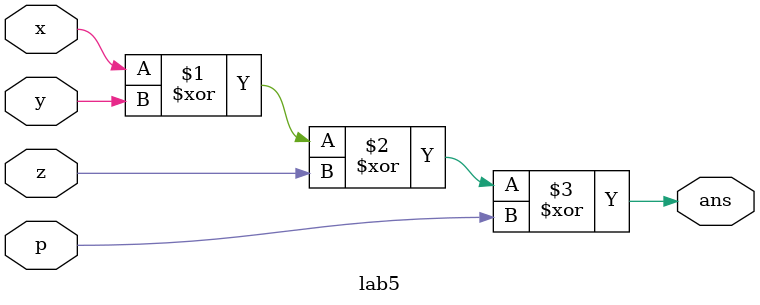
<source format=v>
`timescale 1ns / 1ps


module lab5(
    input x,
    input y,
    input z,
    input p,
    output ans
    );
    assign ans = x ^ y ^ z ^ p;
endmodule

</source>
